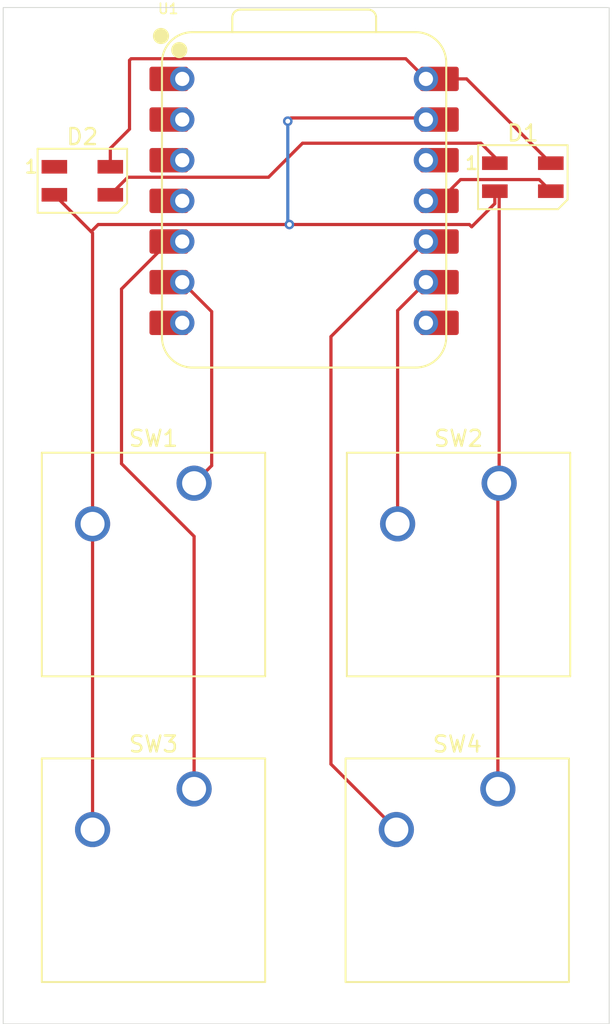
<source format=kicad_pcb>
(kicad_pcb (version 20241229) (generator "pcbnew") (generator_version "9.0")
  (layers (0 "F.Cu" signal) (2 "B.Cu" signal) (13 "F.Paste" user) (15 "B.Paste" user) (5 "F.SilkS" user "F.Silkscreen") (7 "B.SilkS" user "B.Silkscreen") (1 "F.Mask" user) (3 "B.Mask" user) (25 "Edge.Cuts" user))
  (net 0 "")
  (net 1 "Net-(D1-DIN)")
  (net 2 "Net-(D1-DOUT)")
  (net 3 "Net-(D1-VDD)")
  (net 4 "GND")
  (net 6 "Net-(U1-GPIO7{slash}SCL)")
  (net 7 "Net-(U1-GPIO2{slash}SCK)")
  (net 8 "Net-(U1-GPIO6{slash}SDA)")
  (net 9 "Net-(U1-GPIO4{slash}MISO)")
  (footprint "LED_SMD:LED_SK6812MINI_PLCC4_3.5x3.5mm_P1.75mm" (layer "F.Cu") (at 78.55 41.525)
    (property "Reference" "D2" (at 0 -2.75 0) (layer "F.SilkS"))
    (property "Value" "SK6812MINI")
    (fp_line (start -2.8 -2) (end -2.8 2) (stroke (width 0.12)) (layer "F.SilkS"))
    (fp_line (start -2.8 -2) (end 2.8 -2) (stroke (width 0.12)) (layer "F.SilkS"))
    (fp_line (start -2.8 2) (end 2.2 2) (stroke (width 0.12)) (layer "F.SilkS"))
    (fp_line (start 2.8 1.4) (end 2.2 2) (stroke (width 0.12)) (layer "F.SilkS"))
    (fp_line (start 2.8 1.4) (end 2.8 -2) (stroke (width 0.12)) (layer "F.SilkS"))
    (fp_text user "1" (at -3.2 -0.875 0) (layer "F.SilkS") (effects (font (size 0.8 0.8))))
    (pad "1" smd rect (at -1.75 -0.875) (size 1.6 0.85) (layers "F.Cu" "F.Mask" "F.Paste"))
    (pad "2" smd rect (at -1.75 0.875) (size 1.6 0.85) (layers "F.Cu" "F.Mask" "F.Paste") (net 4 "GND"))
    (pad "3" smd rect (at 1.75 0.875) (size 1.6 0.85) (layers "F.Cu" "F.Mask" "F.Paste") (net 2 "Net-(D1-DOUT)"))
    (pad "4" smd rect (at 1.75 -0.875) (size 1.6 0.85) (layers "F.Cu" "F.Mask" "F.Paste") (net 3 "Net-(D1-VDD)"))
  )
  (footprint "Button_Switch_Keyboard:SW_Cherry_MX_1.00u_PCB" (layer "F.Cu") (at 104.62 60.42)
    (property "Reference" "SW2" (at -2.54 -2.794 0) (layer "F.SilkS"))
    (property "Value" "SW_Push")
    (fp_line (start -9.525 -1.905) (end 4.445 -1.905) (stroke (width 0.12)) (layer "F.SilkS"))
    (fp_line (start -9.525 12.065) (end -9.525 -1.905) (stroke (width 0.12)) (layer "F.SilkS"))
    (fp_line (start 4.445 -1.905) (end 4.445 12.065) (stroke (width 0.12)) (layer "F.SilkS"))
    (fp_line (start 4.445 12.065) (end -9.525 12.065) (stroke (width 0.12)) (layer "F.SilkS"))
    (pad "" np_thru_hole circle (at -7.62 5.08) (size 1.7 1.7) (drill 1.7) (layers "*.Cu" "*.Mask"))
    (pad "" np_thru_hole circle (at -2.54 5.08) (size 4 4) (drill 4) (layers "*.Cu" "*.Mask"))
    (pad "" np_thru_hole circle (at 2.54 5.08) (size 1.7 1.7) (drill 1.7) (layers "*.Cu" "*.Mask"))
    (pad "1" thru_hole circle (at 0 0) (size 2.2 2.2) (drill 1.5) (layers "*.Cu" "*.Mask") (net 4 "GND"))
    (pad "2" thru_hole circle (at -6.35 2.54) (size 2.2 2.2) (drill 1.5) (layers "*.Cu" "*.Mask") (net 7 "Net-(U1-GPIO2{slash}SCK)"))
  )
  (footprint "libraries:XIAO-RP2040-DIP" (layer "F.Cu") (at 92.42 42.78)
    (property "Reference" "U1" (at -8.5 -12 0) (layer "F.SilkS") (effects (font (size 0.635 0.635) (thickness 0.1016))))
    (property "Value" "XIAO-RP2040-DIP")
    (fp_line (start -8.89 8.509) (end -8.89 -8.636) (stroke (width 0.127)) (layer "F.SilkS"))
    (fp_line (start -6.985 10.414) (end 6.985 10.414) (stroke (width 0.127)) (layer "F.SilkS"))
    (fp_line (start -4.495 -10.541) (end -4.491272 -11.451272) (stroke (width 0.127)) (layer "F.SilkS"))
    (fp_line (start -3.991272 -11.951) (end 4.004 -11.951) (stroke (width 0.127)) (layer "F.SilkS"))
    (fp_line (start 4.504 -11.451) (end 4.504 -10.541) (stroke (width 0.127)) (layer "F.SilkS"))
    (fp_line (start 6.985 -10.541) (end -6.985 -10.541) (stroke (width 0.1)) (layer "F.SilkS"))
    (fp_line (start 6.985 -10.541) (end -6.985 -10.541) (stroke (width 0.127)) (layer "F.SilkS"))
    (fp_line (start 8.89 8.509) (end 8.89 -8.636) (stroke (width 0.127)) (layer "F.SilkS"))
    (fp_arc (start -8.89 -8.636) (mid -8.332038 -9.983038) (end -6.985 -10.541) (stroke (width 0.127)) (layer "F.SilkS"))
    (fp_arc (start -6.985 10.414) (mid -8.332038 9.856038) (end -8.89 8.509) (stroke (width 0.127)) (layer "F.SilkS"))
    (fp_arc (start -4.491272 -11.451272) (mid -4.344728 -11.80464) (end -3.991272 -11.951) (stroke (width 0.127)) (layer "F.SilkS"))
    (fp_arc (start 4.004 -11.951) (mid 4.357553 -11.804553) (end 4.504 -11.451) (stroke (width 0.127)) (layer "F.SilkS"))
    (fp_arc (start 6.985 -10.541) (mid 8.332038 -9.983038) (end 8.89 -8.636) (stroke (width 0.127)) (layer "F.SilkS"))
    (fp_arc (start 8.89 8.509) (mid 8.332038 9.856038) (end 6.985 10.414) (stroke (width 0.127)) (layer "F.SilkS"))
    (fp_circle (center -8.95 -10.3) (end -8.95 -10.554) (stroke (width 0.5)) (fill yes) (layer "F.SilkS"))
    (fp_circle (center -7.807 -9.42) (end -7.807 -9.674) (stroke (width 0.5)) (fill yes) (layer "F.SilkS"))
    (pad "1" smd roundrect (at -8.455 -7.62 180) (size 2.432 1.524) (layers "F.Cu" "F.Mask") (roundrect_rratio 0.1))
    (pad "1" thru_hole circle (at -7.62 -7.62 180) (size 1.524 1.524) (drill 0.889) (layers "*.Cu" "*.Mask"))
    (pad "2" smd roundrect (at -8.455 -5.08 180) (size 2.432 1.524) (layers "F.Cu" "F.Mask") (roundrect_rratio 0.1))
    (pad "2" thru_hole circle (at -7.62 -5.08 180) (size 1.524 1.524) (drill 0.889) (layers "*.Cu" "*.Mask"))
    (pad "3" smd roundrect (at -8.455 -2.54 180) (size 2.432 1.524) (layers "F.Cu" "F.Mask") (roundrect_rratio 0.1))
    (pad "3" thru_hole circle (at -7.62 -2.54 180) (size 1.524 1.524) (drill 0.889) (layers "*.Cu" "*.Mask"))
    (pad "4" smd roundrect (at -8.455 0 180) (size 2.432 1.524) (layers "F.Cu" "F.Mask") (roundrect_rratio 0.1))
    (pad "4" thru_hole circle (at -7.62 0 180) (size 1.524 1.524) (drill 0.889) (layers "*.Cu" "*.Mask"))
    (pad "5" smd roundrect (at -8.455 2.54 180) (size 2.432 1.524) (layers "F.Cu" "F.Mask") (roundrect_rratio 0.1) (net 8 "Net-(U1-GPIO6{slash}SDA)"))
    (pad "5" thru_hole circle (at -7.62 2.54 180) (size 1.524 1.524) (drill 0.889) (layers "*.Cu" "*.Mask") (net 8 "Net-(U1-GPIO6{slash}SDA)"))
    (pad "6" smd roundrect (at -8.455 5.08 180) (size 2.432 1.524) (layers "F.Cu" "F.Mask") (roundrect_rratio 0.1) (net 6 "Net-(U1-GPIO7{slash}SCL)"))
    (pad "6" thru_hole circle (at -7.62 5.08 180) (size 1.524 1.524) (drill 0.889) (layers "*.Cu" "*.Mask") (net 6 "Net-(U1-GPIO7{slash}SCL)"))
    (pad "7" smd roundrect (at -8.455 7.62 180) (size 2.432 1.524) (layers "F.Cu" "F.Mask") (roundrect_rratio 0.1))
    (pad "7" thru_hole circle (at -7.62 7.62 180) (size 1.524 1.524) (drill 0.889) (layers "*.Cu" "*.Mask"))
    (pad "8" thru_hole circle (at 7.62 7.62) (size 1.524 1.524) (drill 0.889) (layers "*.Cu" "*.Mask"))
    (pad "8" smd roundrect (at 8.455 7.62) (size 2.432 1.524) (layers "F.Cu" "F.Mask") (roundrect_rratio 0.1))
    (pad "9" thru_hole circle (at 7.62 5.08) (size 1.524 1.524) (drill 0.889) (layers "*.Cu" "*.Mask") (net 7 "Net-(U1-GPIO2{slash}SCK)"))
    (pad "9" smd roundrect (at 8.455 5.08) (size 2.432 1.524) (layers "F.Cu" "F.Mask") (roundrect_rratio 0.1) (net 7 "Net-(U1-GPIO2{slash}SCK)"))
    (pad "10" thru_hole circle (at 7.62 2.54) (size 1.524 1.524) (drill 0.889) (layers "*.Cu" "*.Mask") (net 9 "Net-(U1-GPIO4{slash}MISO)"))
    (pad "10" smd roundrect (at 8.455 2.54) (size 2.432 1.524) (layers "F.Cu" "F.Mask") (roundrect_rratio 0.1) (net 9 "Net-(U1-GPIO4{slash}MISO)"))
    (pad "11" thru_hole circle (at 7.62 0) (size 1.524 1.524) (drill 0.889) (layers "*.Cu" "*.Mask") (net 1 "Net-(D1-DIN)"))
    (pad "11" smd roundrect (at 8.455 0) (size 2.432 1.524) (layers "F.Cu" "F.Mask") (roundrect_rratio 0.1) (net 1 "Net-(D1-DIN)"))
    (pad "12" thru_hole circle (at 7.62 -2.54) (size 1.524 1.524) (drill 0.889) (layers "*.Cu" "*.Mask"))
    (pad "12" smd roundrect (at 8.455 -2.54) (size 2.432 1.524) (layers "F.Cu" "F.Mask") (roundrect_rratio 0.1))
    (pad "13" thru_hole circle (at 7.62 -5.08) (size 1.524 1.524) (drill 0.889) (layers "*.Cu" "*.Mask") (net 4 "GND"))
    (pad "13" smd roundrect (at 8.455 -5.08) (size 2.432 1.524) (layers "F.Cu" "F.Mask") (roundrect_rratio 0.1) (net 4 "GND"))
    (pad "14" thru_hole circle (at 7.62 -7.62) (size 1.524 1.524) (drill 0.889) (layers "*.Cu" "*.Mask") (net 3 "Net-(D1-VDD)"))
    (pad "14" smd roundrect (at 8.455 -7.62) (size 2.432 1.524) (layers "F.Cu" "F.Mask") (roundrect_rratio 0.1) (net 3 "Net-(D1-VDD)"))
  )
  (footprint "Button_Switch_Keyboard:SW_Cherry_MX_1.00u_PCB" (layer "F.Cu") (at 104.54 79.52)
    (property "Reference" "SW4" (at -2.54 -2.794 0) (layer "F.SilkS"))
    (property "Value" "SW_Push")
    (fp_line (start -9.525 -1.905) (end 4.445 -1.905) (stroke (width 0.12)) (layer "F.SilkS"))
    (fp_line (start -9.525 12.065) (end -9.525 -1.905) (stroke (width 0.12)) (layer "F.SilkS"))
    (fp_line (start 4.445 -1.905) (end 4.445 12.065) (stroke (width 0.12)) (layer "F.SilkS"))
    (fp_line (start 4.445 12.065) (end -9.525 12.065) (stroke (width 0.12)) (layer "F.SilkS"))
    (pad "" np_thru_hole circle (at -7.62 5.08) (size 1.7 1.7) (drill 1.7) (layers "*.Cu" "*.Mask"))
    (pad "" np_thru_hole circle (at -2.54 5.08) (size 4 4) (drill 4) (layers "*.Cu" "*.Mask"))
    (pad "" np_thru_hole circle (at 2.54 5.08) (size 1.7 1.7) (drill 1.7) (layers "*.Cu" "*.Mask"))
    (pad "1" thru_hole circle (at 0 0) (size 2.2 2.2) (drill 1.5) (layers "*.Cu" "*.Mask") (net 4 "GND"))
    (pad "2" thru_hole circle (at -6.35 2.54) (size 2.2 2.2) (drill 1.5) (layers "*.Cu" "*.Mask") (net 9 "Net-(U1-GPIO4{slash}MISO)"))
  )
  (footprint "Button_Switch_Keyboard:SW_Cherry_MX_1.00u_PCB" (layer "F.Cu") (at 85.54 60.42)
    (property "Reference" "SW1" (at -2.54 -2.794 0) (layer "F.SilkS"))
    (property "Value" "SW_Push")
    (fp_line (start -9.525 -1.905) (end 4.445 -1.905) (stroke (width 0.12)) (layer "F.SilkS"))
    (fp_line (start -9.525 12.065) (end -9.525 -1.905) (stroke (width 0.12)) (layer "F.SilkS"))
    (fp_line (start 4.445 -1.905) (end 4.445 12.065) (stroke (width 0.12)) (layer "F.SilkS"))
    (fp_line (start 4.445 12.065) (end -9.525 12.065) (stroke (width 0.12)) (layer "F.SilkS"))
    (pad "" np_thru_hole circle (at -7.62 5.08) (size 1.7 1.7) (drill 1.7) (layers "*.Cu" "*.Mask"))
    (pad "" np_thru_hole circle (at -2.54 5.08) (size 4 4) (drill 4) (layers "*.Cu" "*.Mask"))
    (pad "" np_thru_hole circle (at 2.54 5.08) (size 1.7 1.7) (drill 1.7) (layers "*.Cu" "*.Mask"))
    (pad "1" thru_hole circle (at 0 0) (size 2.2 2.2) (drill 1.5) (layers "*.Cu" "*.Mask") (net 6 "Net-(U1-GPIO7{slash}SCL)"))
    (pad "2" thru_hole circle (at -6.35 2.54) (size 2.2 2.2) (drill 1.5) (layers "*.Cu" "*.Mask") (net 4 "GND"))
  )
  (footprint "Button_Switch_Keyboard:SW_Cherry_MX_1.00u_PCB" (layer "F.Cu") (at 85.54 79.52)
    (property "Reference" "SW3" (at -2.54 -2.794 0) (layer "F.SilkS"))
    (property "Value" "SW_Push")
    (fp_line (start -9.525 -1.905) (end 4.445 -1.905) (stroke (width 0.12)) (layer "F.SilkS"))
    (fp_line (start -9.525 12.065) (end -9.525 -1.905) (stroke (width 0.12)) (layer "F.SilkS"))
    (fp_line (start 4.445 -1.905) (end 4.445 12.065) (stroke (width 0.12)) (layer "F.SilkS"))
    (fp_line (start 4.445 12.065) (end -9.525 12.065) (stroke (width 0.12)) (layer "F.SilkS"))
    (pad "" np_thru_hole circle (at -7.62 5.08) (size 1.7 1.7) (drill 1.7) (layers "*.Cu" "*.Mask"))
    (pad "" np_thru_hole circle (at -2.54 5.08) (size 4 4) (drill 4) (layers "*.Cu" "*.Mask"))
    (pad "" np_thru_hole circle (at 2.54 5.08) (size 1.7 1.7) (drill 1.7) (layers "*.Cu" "*.Mask"))
    (pad "1" thru_hole circle (at 0 0) (size 2.2 2.2) (drill 1.5) (layers "*.Cu" "*.Mask") (net 8 "Net-(U1-GPIO6{slash}SDA)"))
    (pad "2" thru_hole circle (at -6.35 2.54) (size 2.2 2.2) (drill 1.5) (layers "*.Cu" "*.Mask") (net 4 "GND"))
  )
  (footprint "LED_SMD:LED_SK6812MINI_PLCC4_3.5x3.5mm_P1.75mm" (layer "F.Cu") (at 106.1 41.3)
    (property "Reference" "D1" (at 0 -2.75 0) (layer "F.SilkS"))
    (property "Value" "SK6812MINI")
    (fp_line (start -2.8 -2) (end -2.8 2) (stroke (width 0.12)) (layer "F.SilkS"))
    (fp_line (start -2.8 -2) (end 2.8 -2) (stroke (width 0.12)) (layer "F.SilkS"))
    (fp_line (start -2.8 2) (end 2.2 2) (stroke (width 0.12)) (layer "F.SilkS"))
    (fp_line (start 2.8 1.4) (end 2.2 2) (stroke (width 0.12)) (layer "F.SilkS"))
    (fp_line (start 2.8 1.4) (end 2.8 -2) (stroke (width 0.12)) (layer "F.SilkS"))
    (fp_text user "1" (at -3.2 -0.875 0) (layer "F.SilkS") (effects (font (size 0.8 0.8))))
    (pad "1" smd rect (at -1.75 -0.875) (size 1.6 0.85) (layers "F.Cu" "F.Mask" "F.Paste") (net 2 "Net-(D1-DOUT)"))
    (pad "2" smd rect (at -1.75 0.875) (size 1.6 0.85) (layers "F.Cu" "F.Mask" "F.Paste") (net 4 "GND"))
    (pad "3" smd rect (at 1.75 0.875) (size 1.6 0.85) (layers "F.Cu" "F.Mask" "F.Paste") (net 1 "Net-(D1-DIN)"))
    (pad "4" smd rect (at 1.75 -0.875) (size 1.6 0.85) (layers "F.Cu" "F.Mask" "F.Paste") (net 3 "Net-(D1-VDD)"))
  )
  (gr_rect (start 73.6 30.7) (end 111.5 94.2) (stroke (width 0.05)) (fill no) (layer "Edge.Cuts"))
  (segment (start 107.85 42.175) (end 107.124 41.449) (width 0.2) (layer "F.Cu") (net 1))
  (segment (start 100.04 42.78) (end 100.875 42.78) (width 0.2) (layer "F.Cu") (net 1))
  (segment (start 102.206 41.449) (end 100.875 42.78) (width 0.2) (layer "F.Cu") (net 1))
  (segment (start 107.124 41.449) (end 102.206 41.449) (width 0.2) (layer "F.Cu") (net 1))
  (segment (start 103.477 39.177) (end 104.35 40.05) (width 0.2) (layer "F.Cu") (net 2))
  (segment (start 92.323 39.177) (end 103.477 39.177) (width 0.2) (layer "F.Cu") (net 2))
  (segment (start 104.35 40.05) (end 104.35 40.425) (width 0.2) (layer "F.Cu") (net 2))
  (segment (start 90.197 41.303) (end 92.323 39.177) (width 0.2) (layer "F.Cu") (net 2))
  (segment (start 81.397 41.303) (end 90.197 41.303) (width 0.2) (layer "F.Cu") (net 2))
  (segment (start 80.3 42.4) (end 81.397 41.303) (width 0.2) (layer "F.Cu") (net 2))
  (segment (start 100.04 35.16) (end 102.585 35.16) (width 0.2) (layer "F.Cu") (net 3))
  (segment (start 80.3 39.5) (end 80.3 40.65) (width 0.2) (layer "F.Cu") (net 3))
  (segment (start 98.78 33.9) (end 81.6 33.9) (width 0.2) (layer "F.Cu") (net 3))
  (segment (start 81.5 38.3) (end 80.3 39.5) (width 0.2) (layer "F.Cu") (net 3))
  (segment (start 102.585 35.16) (end 107.85 40.425) (width 0.2) (layer "F.Cu") (net 3))
  (segment (start 81.6 33.9) (end 81.5 34) (width 0.2) (layer "F.Cu") (net 3))
  (segment (start 81.5 34) (end 81.5 38.3) (width 0.2) (layer "F.Cu") (net 3))
  (segment (start 100.04 35.16) (end 98.78 33.9) (width 0.2) (layer "F.Cu") (net 3))
  (segment (start 103 44.3) (end 104.35 42.95) (width 0.2) (layer "F.Cu") (net 4))
  (segment (start 104.54 79.52) (end 104.54 60.5) (width 0.2) (layer "F.Cu") (net 4))
  (segment (start 79.19 44.79) (end 79.1 44.7) (width 0.2) (layer "F.Cu") (net 4))
  (segment (start 104.35 42.95) (end 104.35 42.7) (width 0.2) (layer "F.Cu") (net 4))
  (segment (start 91.5 44.257) (end 102.757 44.257) (width 0.2) (layer "F.Cu") (net 4))
  (segment (start 99.94 37.6) (end 91.6 37.6) (width 0.2) (layer "F.Cu") (net 4))
  (segment (start 76.95 42.55) (end 76.8 42.4) (width 0.2) (layer "F.Cu") (net 4))
  (segment (start 79.1 44.7) (end 79.543 44.257) (width 0.2) (layer "F.Cu") (net 4))
  (segment (start 104.62 42.445) (end 104.35 42.175) (width 0.2) (layer "F.Cu") (net 4))
  (segment (start 79.1 44.7) (end 76.8 42.4) (width 0.2) (layer "F.Cu") (net 4))
  (segment (start 76.95 42.55) (end 76.95 42.625) (width 0.2) (layer "F.Cu") (net 4))
  (segment (start 100.04 37.7) (end 99.94 37.6) (width 0.2) (layer "F.Cu") (net 4))
  (segment (start 91.6 37.6) (end 91.4 37.8) (width 0.2) (layer "F.Cu") (net 4))
  (segment (start 79.19 62.96) (end 79.19 44.79) (width 0.2) (layer "F.Cu") (net 4))
  (segment (start 104.35 42.7) (end 104.35 42.175) (width 0.2) (layer "F.Cu") (net 4))
  (segment (start 102.757 44.257) (end 102.9 44.4) (width 0.2) (layer "F.Cu") (net 4))
  (segment (start 79.543 44.257) (end 91.5 44.257) (width 0.2) (layer "F.Cu") (net 4))
  (segment (start 79.19 82.06) (end 79.19 62.96) (width 0.2) (layer "F.Cu") (net 4))
  (segment (start 102.9 44.4) (end 103 44.3) (width 0.2) (layer "F.Cu") (net 4))
  (segment (start 104.62 60.42) (end 104.62 42.445) (width 0.2) (layer "F.Cu") (net 4))
  (segment (start 104.54 60.5) (end 104.62 60.42) (width 0.2) (layer "F.Cu") (net 4))
  (via (at 91.5 44.257) (size 0.6) (drill 0.3) (layers "F.Cu" "B.Cu") (net 4))
  (via (at 91.4 37.8) (size 0.6) (drill 0.3) (layers "F.Cu" "B.Cu") (net 4))
  (segment (start 91.4 37.8) (end 91.4 44.157) (width 0.2) (layer "B.Cu") (net 4))
  (segment (start 91.4 44.157) (end 91.5 44.257) (width 0.2) (layer "B.Cu") (net 4))
  (segment (start 86.639999 49.699999) (end 86.639999 59.320001) (width 0.2) (layer "F.Cu") (net 6))
  (segment (start 86.639999 59.320001) (end 85.54 60.42) (width 0.2) (layer "F.Cu") (net 6))
  (segment (start 84.8 47.86) (end 86.639999 49.699999) (width 0.2) (layer "F.Cu") (net 6))
  (segment (start 98.27 62.96) (end 98.27 49.63) (width 0.2) (layer "F.Cu") (net 7))
  (segment (start 98.27 49.63) (end 100.04 47.86) (width 0.2) (layer "F.Cu") (net 7))
  (segment (start 81 48.285) (end 83.965 45.32) (width 0.2) (layer "F.Cu") (net 8))
  (segment (start 81 59.2) (end 81 48.285) (width 0.2) (layer "F.Cu") (net 8))
  (segment (start 85.54 63.74) (end 81 59.2) (width 0.2) (layer "F.Cu") (net 8))
  (segment (start 85.54 79.52) (end 85.54 63.74) (width 0.2) (layer "F.Cu") (net 8))
  (segment (start 100.04 45.32) (end 94.1 51.26) (width 0.2) (layer "F.Cu") (net 9))
  (segment (start 94.1 51.26) (end 94.1 77.97) (width 0.2) (layer "F.Cu") (net 9))
  (segment (start 94.1 77.97) (end 98.19 82.06) (width 0.2) (layer "F.Cu") (net 9))
)
</source>
